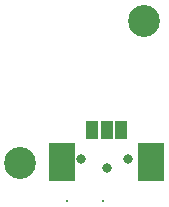
<source format=gbs>
G04*
G04 #@! TF.GenerationSoftware,Altium Limited,Altium Designer,22.0.2 (36)*
G04*
G04 Layer_Color=16711935*
%FSLAX25Y25*%
%MOIN*%
G70*
G04*
G04 #@! TF.SameCoordinates,C39F9318-1882-4917-9D17-B6DD066E8D87*
G04*
G04*
G04 #@! TF.FilePolarity,Negative*
G04*
G01*
G75*
%ADD16C,0.00800*%
%ADD17C,0.10642*%
%ADD18C,0.03162*%
%ADD26R,0.09068X0.12611*%
%ADD27R,0.03950X0.05918*%
D16*
X15728Y-12787D02*
D03*
X27539D02*
D03*
D17*
X41339Y47244D02*
D03*
X0Y0D02*
D03*
D18*
X20376Y1226D02*
D03*
X28854Y-1904D02*
D03*
X36004Y1198D02*
D03*
D26*
X43815Y98D02*
D03*
X13893D02*
D03*
D27*
X33775Y10925D02*
D03*
X28854D02*
D03*
X23933D02*
D03*
M02*

</source>
